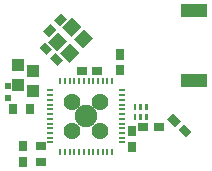
<source format=gtp>
G04 DipTrace 2.4.0.2*
%IN2dB-SBLE.gtp*%
%MOIN*%
%ADD19R,0.0354X0.0276*%
%ADD20R,0.0394X0.0433*%
%ADD21R,0.0276X0.0354*%
%ADD22R,0.0354X0.0295*%
%ADD25R,0.0295X0.0354*%
%ADD26R,0.0197X0.0236*%
%ADD27C,0.075*%
%ADD28C,0.0562*%
%ADD29O,0.0256X0.0079*%
%ADD30O,0.0079X0.0256*%
%FSLAX44Y44*%
G04*
G70*
G90*
G75*
G01*
%LNTopPaste*%
%LPD*%
G36*
X10302Y7031D2*
Y7464D1*
X11169D1*
Y7031D1*
X10302D1*
G37*
G36*
Y9353D2*
Y9786D1*
X11169D1*
Y9353D1*
X10302D1*
G37*
G36*
X9196Y6245D2*
X9097D1*
Y6462D1*
X9196D1*
Y6245D1*
G37*
G36*
X8999D2*
X8900D1*
Y6462D1*
X8999D1*
Y6245D1*
G37*
G36*
X8802D2*
X8703D1*
Y6462D1*
X8802D1*
Y6245D1*
G37*
G36*
Y5910D2*
X8703D1*
Y6127D1*
X8802D1*
Y5910D1*
G37*
G36*
X8999D2*
X8900D1*
Y6127D1*
X8999D1*
Y5910D1*
G37*
G36*
X9196D2*
X9097D1*
Y6127D1*
X9196D1*
Y5910D1*
G37*
G36*
X6245Y9035D2*
X6051Y9230D1*
X6301Y9480D1*
X6496Y9285D1*
X6245Y9035D1*
G37*
G36*
X5884Y8673D2*
X5689Y8868D1*
X5939Y9118D1*
X6134Y8924D1*
X5884Y8673D1*
G37*
G36*
X6360Y7915D2*
X6165Y7720D1*
X5914Y7970D1*
X6109Y8165D1*
X6360Y7915D1*
G37*
G36*
X5998Y8276D2*
X5803Y8082D1*
X5552Y8332D1*
X5747Y8527D1*
X5998Y8276D1*
G37*
D19*
X9025Y5680D3*
X9537D3*
D20*
X5348Y6895D3*
Y7564D3*
D19*
X7484Y7550D3*
X6972D3*
G36*
X8107Y7761D2*
X8383D1*
Y7406D1*
X8107D1*
Y7761D1*
G37*
G36*
Y8272D2*
X8383D1*
Y7918D1*
X8107D1*
Y8272D1*
G37*
D21*
X8645Y5535D3*
Y5023D3*
X5007Y5041D3*
Y4529D3*
D20*
X4862Y7073D3*
Y7742D3*
D22*
X5612Y5058D3*
Y4507D3*
D25*
X5250Y6273D3*
X4699D3*
D26*
X4520Y6642D3*
Y7036D3*
G36*
X10277Y5893D2*
X10082Y5698D1*
X9832Y5949D1*
X10026Y6144D1*
X10277Y5893D1*
G37*
G36*
X10639Y5531D2*
X10444Y5336D1*
X10193Y5587D1*
X10388Y5782D1*
X10639Y5531D1*
G37*
D27*
X7124Y6033D3*
D28*
X6655Y6502D3*
X7593D3*
Y5565D3*
X6655D3*
D29*
X5933Y6900D3*
Y6742D3*
Y6585D3*
Y6427D3*
Y6270D3*
Y6112D3*
Y5955D3*
Y5797D3*
Y5640D3*
Y5482D3*
Y5325D3*
Y5167D3*
D30*
X6258Y4842D3*
X6415D3*
X6573D3*
X6730D3*
X6888D3*
X7045D3*
X7203D3*
X7360D3*
X7518D3*
X7675D3*
X7833D3*
X7990D3*
D29*
X8315Y5167D3*
Y5325D3*
Y5482D3*
Y5640D3*
Y5797D3*
Y5955D3*
Y6112D3*
Y6270D3*
Y6427D3*
Y6585D3*
Y6742D3*
Y6900D3*
D30*
X7990Y7224D3*
X7833D3*
X7675D3*
X7518D3*
X7360D3*
X7203D3*
X7045D3*
X6888D3*
X6730D3*
X6573D3*
X6415D3*
X6258D3*
G36*
X6961Y9028D2*
X6627Y8694D1*
X6321Y9000D1*
X6655Y9334D1*
X6961Y9028D1*
G37*
G36*
X6488Y8555D2*
X6154Y8220D1*
X5847Y8527D1*
X6181Y8861D1*
X6488Y8555D1*
G37*
G36*
X6877Y8165D2*
X6543Y7831D1*
X6237Y8137D1*
X6571Y8471D1*
X6877Y8165D1*
G37*
G36*
X7351Y8638D2*
X7017Y8304D1*
X6710Y8610D1*
X7044Y8944D1*
X7351Y8638D1*
G37*
M02*

</source>
